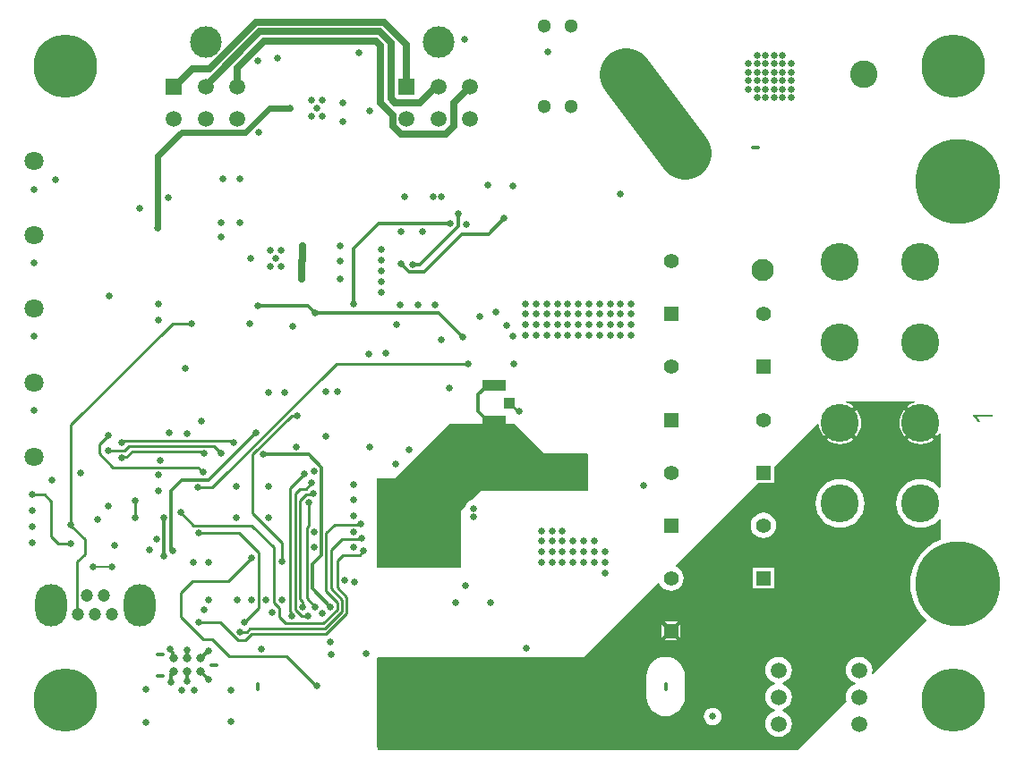
<source format=gtl>
G04*
G04 #@! TF.GenerationSoftware,Altium Limited,Altium Designer,20.2.4 (192)*
G04*
G04 Layer_Physical_Order=1*
G04 Layer_Color=255*
%FSLAX25Y25*%
%MOIN*%
G70*
G04*
G04 #@! TF.SameCoordinates,632904D4-FBC6-4040-AE52-8F74E4E9F4E0*
G04*
G04*
G04 #@! TF.FilePolarity,Positive*
G04*
G01*
G75*
%ADD10C,0.00984*%
%ADD11C,0.00787*%
%ADD16R,0.31496X0.33465*%
%ADD17R,0.08661X0.04134*%
%ADD18R,0.03937X0.03937*%
%ADD42C,0.03150*%
%ADD43C,0.19685*%
%ADD44C,0.01181*%
%ADD45C,0.02756*%
%ADD46C,0.02362*%
%ADD47C,0.00906*%
%ADD48C,0.14173*%
%ADD49C,0.31496*%
%ADD50C,0.08268*%
%ADD51C,0.05906*%
%ADD52C,0.05984*%
%ADD53R,0.05984X0.05984*%
%ADD54C,0.11811*%
%ADD55C,0.02559*%
%ADD56C,0.05118*%
%ADD57C,0.10236*%
%ADD58C,0.07087*%
%ADD59O,0.11811X0.15748*%
%ADD60C,0.04724*%
%ADD61O,0.03150X0.01575*%
%ADD62R,0.05512X0.05512*%
%ADD63C,0.05512*%
%ADD64C,0.23622*%
%ADD65O,0.01575X0.03150*%
G36*
X198031Y111417D02*
X213779D01*
X214173Y111024D01*
Y97638D01*
X174409Y97638D01*
X170892Y94121D01*
X170806Y94109D01*
X170016Y93782D01*
X169337Y93261D01*
X168816Y92583D01*
X168489Y91793D01*
X168478Y91706D01*
X166142Y89370D01*
X166142Y70973D01*
X165885Y70473D01*
X135827D01*
X135827Y95669D01*
X162598Y122441D01*
X175497Y122441D01*
X175593Y122345D01*
X176179Y121953D01*
X176870Y121816D01*
X179134D01*
X179825Y121953D01*
X180411Y122345D01*
X180475Y122441D01*
X187008Y122441D01*
X198031Y111417D01*
D02*
G37*
G36*
X336033Y130405D02*
X335043Y130105D01*
X333675Y129374D01*
X333088Y128892D01*
X338628Y123352D01*
X344167Y117812D01*
X344650Y118400D01*
X344972Y119004D01*
X345473Y118878D01*
Y98792D01*
X345002Y98624D01*
X344505Y99229D01*
X343126Y100361D01*
X341553Y101202D01*
X339846Y101719D01*
X338071Y101894D01*
X336296Y101719D01*
X334589Y101202D01*
X333016Y100361D01*
X331637Y99229D01*
X330505Y97850D01*
X329665Y96277D01*
X329147Y94570D01*
X328972Y92795D01*
X329147Y91020D01*
X329665Y89313D01*
X330505Y87740D01*
X331637Y86361D01*
X333016Y85230D01*
X334589Y84389D01*
X336296Y83871D01*
X338071Y83696D01*
X339846Y83871D01*
X341553Y84389D01*
X343126Y85230D01*
X344505Y86361D01*
X345002Y86967D01*
X345473Y86798D01*
Y79313D01*
X345135Y79198D01*
X343052Y78171D01*
X341121Y76881D01*
X339375Y75350D01*
X337843Y73604D01*
X336553Y71673D01*
X335526Y69590D01*
X334780Y67391D01*
X334327Y65113D01*
X334175Y62795D01*
X334327Y60478D01*
X334780Y58200D01*
X335526Y56001D01*
X336553Y53918D01*
X337843Y51987D01*
X339375Y50241D01*
X340274Y49452D01*
X340291Y48952D01*
X320398Y29059D01*
X319974Y29343D01*
X319991Y29385D01*
X320161Y30669D01*
X319991Y31954D01*
X319496Y33151D01*
X318707Y34179D01*
X317679Y34968D01*
X316482Y35464D01*
X315197Y35633D01*
X313912Y35464D01*
X312715Y34968D01*
X311687Y34179D01*
X310898Y33151D01*
X310402Y31954D01*
X310233Y30669D01*
X310402Y29385D01*
X310898Y28187D01*
X311687Y27159D01*
X312715Y26371D01*
X313789Y25926D01*
X313789Y25925D01*
Y25414D01*
X313789Y25413D01*
X312715Y24968D01*
X311687Y24179D01*
X310898Y23151D01*
X310402Y21954D01*
X310233Y20669D01*
X310402Y19385D01*
X310496Y19158D01*
X292342Y1003D01*
X135827D01*
Y35433D01*
X212598D01*
X240280Y63115D01*
X240770Y63017D01*
X240952Y62578D01*
X241709Y61591D01*
X242696Y60834D01*
X243845Y60358D01*
X245079Y60195D01*
X246312Y60358D01*
X247461Y60834D01*
X248448Y61591D01*
X249205Y62578D01*
X249682Y63727D01*
X249844Y64961D01*
X249682Y66194D01*
X249205Y67343D01*
X248448Y68330D01*
X247461Y69087D01*
X247023Y69269D01*
X246925Y69760D01*
X277559Y100394D01*
X283465D01*
Y106299D01*
X299684Y122518D01*
X300204Y122332D01*
X300311Y121252D01*
X300761Y119767D01*
X301492Y118400D01*
X301974Y117812D01*
X307514Y123352D01*
X313054Y128892D01*
X312467Y129374D01*
X311099Y130105D01*
X310108Y130405D01*
X310183Y130905D01*
X335959D01*
X336033Y130405D01*
D02*
G37*
G36*
X365019Y125069D02*
X359100D01*
X359104Y125065D01*
X359114Y125055D01*
X359132Y125034D01*
X359156Y125009D01*
X359184Y124975D01*
X359219Y124933D01*
X359257Y124887D01*
X359299Y124835D01*
X359348Y124772D01*
X359397Y124706D01*
X359453Y124636D01*
X359505Y124556D01*
X359564Y124472D01*
X359624Y124385D01*
X359683Y124290D01*
X359742Y124189D01*
X359746Y124182D01*
X359756Y124165D01*
X359774Y124137D01*
X359795Y124099D01*
X359819Y124050D01*
X359851Y123994D01*
X359886Y123931D01*
X359920Y123861D01*
X359959Y123788D01*
X359997Y123711D01*
X360078Y123547D01*
X360154Y123376D01*
X360189Y123292D01*
X360221Y123208D01*
X359324D01*
Y123212D01*
X359320Y123219D01*
X359313Y123230D01*
X359306Y123243D01*
X359299Y123261D01*
X359285Y123285D01*
X359275Y123310D01*
X359257Y123341D01*
X359222Y123407D01*
X359180Y123488D01*
X359132Y123575D01*
X359076Y123673D01*
X359013Y123777D01*
X358947Y123886D01*
X358873Y123997D01*
X358797Y124112D01*
X358713Y124231D01*
X358626Y124346D01*
X358531Y124461D01*
X358437Y124573D01*
X358430Y124580D01*
X358413Y124598D01*
X358385Y124629D01*
X358346Y124667D01*
X358301Y124716D01*
X358245Y124772D01*
X358182Y124831D01*
X358113Y124894D01*
X358039Y124960D01*
X357959Y125030D01*
X357875Y125100D01*
X357788Y125166D01*
X357697Y125233D01*
X357607Y125292D01*
X357512Y125348D01*
X357422Y125397D01*
Y125997D01*
X365019D01*
Y125069D01*
D02*
G37*
%LPC*%
G36*
X314167Y127778D02*
X309185Y122795D01*
X314167Y117812D01*
X314650Y118400D01*
X315381Y119767D01*
X315831Y121252D01*
X315983Y122795D01*
X315831Y124339D01*
X315381Y125823D01*
X314650Y127191D01*
X314167Y127778D01*
D02*
G37*
G36*
X331974Y127778D02*
X331492Y127191D01*
X330761Y125823D01*
X330311Y124339D01*
X330159Y122795D01*
X330311Y121252D01*
X330761Y119767D01*
X331492Y118400D01*
X331974Y117812D01*
X336957Y122795D01*
X331974Y127778D01*
D02*
G37*
G36*
X338071Y121682D02*
X333088Y116699D01*
X333675Y116217D01*
X335043Y115485D01*
X336527Y115035D01*
X338071Y114883D01*
X339615Y115035D01*
X341099Y115485D01*
X342467Y116217D01*
X343054Y116699D01*
X338071Y121682D01*
D02*
G37*
G36*
X308071D02*
X303088Y116699D01*
X303675Y116217D01*
X305043Y115485D01*
X306527Y115035D01*
X308071Y114883D01*
X309614Y115035D01*
X311099Y115485D01*
X312467Y116217D01*
X313054Y116699D01*
X308071Y121682D01*
D02*
G37*
G36*
X308071Y101894D02*
X306296Y101719D01*
X304589Y101202D01*
X303016Y100361D01*
X301637Y99229D01*
X300505Y97850D01*
X299665Y96277D01*
X299147Y94570D01*
X298972Y92795D01*
X299147Y91020D01*
X299665Y89313D01*
X300505Y87740D01*
X301637Y86361D01*
X303016Y85230D01*
X304589Y84389D01*
X306296Y83871D01*
X308071Y83696D01*
X309846Y83871D01*
X311553Y84389D01*
X313126Y85230D01*
X314505Y86361D01*
X315636Y87740D01*
X316477Y89313D01*
X316995Y91020D01*
X317170Y92795D01*
X316995Y94570D01*
X316477Y96277D01*
X315636Y97850D01*
X314505Y99229D01*
X313126Y100361D01*
X311553Y101202D01*
X309846Y101719D01*
X308071Y101894D01*
D02*
G37*
G36*
X279528Y89411D02*
X278294Y89249D01*
X277145Y88772D01*
X276158Y88015D01*
X275401Y87028D01*
X274925Y85879D01*
X274762Y84646D01*
X274925Y83412D01*
X275401Y82263D01*
X276158Y81276D01*
X277145Y80519D01*
X278294Y80043D01*
X279528Y79880D01*
X280761Y80043D01*
X281910Y80519D01*
X282897Y81276D01*
X283654Y82263D01*
X284130Y83412D01*
X284293Y84646D01*
X284130Y85879D01*
X283654Y87028D01*
X282897Y88015D01*
X281910Y88772D01*
X280761Y89249D01*
X279528Y89411D01*
D02*
G37*
G36*
X283465Y68898D02*
X275591D01*
Y61024D01*
X283465D01*
Y68898D01*
D02*
G37*
G36*
X247509Y48819D02*
X242649D01*
X245079Y46389D01*
X247509Y48819D01*
D02*
G37*
G36*
X248622Y47705D02*
X246192Y45276D01*
X248622Y42846D01*
Y47705D01*
D02*
G37*
G36*
X241535Y47705D02*
Y42846D01*
X243965Y45276D01*
X241535Y47705D01*
D02*
G37*
G36*
X245079Y44162D02*
X242649Y41732D01*
X247509D01*
X245079Y44162D01*
D02*
G37*
G36*
X243110Y35664D02*
X241721Y35527D01*
X240385Y35122D01*
X239154Y34464D01*
X238075Y33579D01*
X237189Y32500D01*
X236531Y31268D01*
X236126Y29932D01*
X235989Y28543D01*
Y20669D01*
X236126Y19280D01*
X236531Y17944D01*
X237189Y16713D01*
X238075Y15634D01*
X239154Y14749D01*
X240385Y14090D01*
X241721Y13685D01*
X243110Y13548D01*
X244499Y13685D01*
X245835Y14090D01*
X247066Y14749D01*
X248146Y15634D01*
X249031Y16713D01*
X249689Y17944D01*
X250094Y19280D01*
X250231Y20669D01*
Y28543D01*
X250094Y29932D01*
X249689Y31268D01*
X249031Y32500D01*
X248146Y33579D01*
X247066Y34464D01*
X245835Y35122D01*
X244499Y35527D01*
X243110Y35664D01*
D02*
G37*
G36*
X260630Y16662D02*
X259782Y16550D01*
X258992Y16223D01*
X258313Y15702D01*
X257793Y15024D01*
X257466Y14234D01*
X257354Y13386D01*
X257466Y12538D01*
X257793Y11748D01*
X258313Y11069D01*
X258992Y10549D01*
X259782Y10221D01*
X260630Y10110D01*
X261478Y10221D01*
X262268Y10549D01*
X262947Y11069D01*
X263467Y11748D01*
X263794Y12538D01*
X263906Y13386D01*
X263794Y14234D01*
X263467Y15024D01*
X262947Y15702D01*
X262268Y16223D01*
X261478Y16550D01*
X260630Y16662D01*
D02*
G37*
G36*
X285197Y35633D02*
X283912Y35464D01*
X282715Y34968D01*
X281687Y34179D01*
X280898Y33151D01*
X280402Y31954D01*
X280233Y30669D01*
X280402Y29385D01*
X280898Y28187D01*
X281687Y27159D01*
X282715Y26371D01*
X283788Y25926D01*
X283789Y25925D01*
Y25414D01*
X283788Y25413D01*
X282715Y24968D01*
X281687Y24179D01*
X280898Y23151D01*
X280402Y21954D01*
X280233Y20669D01*
X280402Y19385D01*
X280898Y18187D01*
X281687Y17159D01*
X282715Y16371D01*
X283788Y15926D01*
X283789Y15925D01*
Y15414D01*
X283788Y15413D01*
X282715Y14968D01*
X281687Y14179D01*
X280898Y13151D01*
X280402Y11954D01*
X280233Y10669D01*
X280402Y9385D01*
X280898Y8187D01*
X281687Y7159D01*
X282715Y6371D01*
X283912Y5875D01*
X285197Y5706D01*
X286482Y5875D01*
X287679Y6371D01*
X288707Y7159D01*
X289496Y8187D01*
X289991Y9385D01*
X290161Y10669D01*
X289991Y11954D01*
X289496Y13151D01*
X288707Y14179D01*
X287679Y14968D01*
X286605Y15413D01*
X286605Y15414D01*
Y15925D01*
X286605Y15926D01*
X287679Y16371D01*
X288707Y17159D01*
X289496Y18187D01*
X289991Y19385D01*
X290161Y20669D01*
X289991Y21954D01*
X289496Y23151D01*
X288707Y24179D01*
X287679Y24968D01*
X286605Y25413D01*
X286605Y25414D01*
Y25925D01*
X286605Y25926D01*
X287679Y26371D01*
X288707Y27159D01*
X289496Y28187D01*
X289991Y29385D01*
X290161Y30669D01*
X289991Y31954D01*
X289496Y33151D01*
X288707Y34179D01*
X287679Y34968D01*
X286482Y35464D01*
X285197Y35633D01*
D02*
G37*
%LPD*%
D10*
X21654Y84646D02*
Y122047D01*
X26772Y74016D02*
Y79527D01*
X21654Y84646D02*
X26772Y79527D01*
X59449Y159843D02*
X66392D01*
X21654Y122047D02*
X59449Y159843D01*
X116732Y60039D02*
Y81693D01*
X119980Y84941D01*
X37402Y106299D02*
X68976D01*
X70894Y104380D01*
X32283Y111417D02*
X37402Y106299D01*
X41031Y115354D02*
X41818Y116142D01*
X40551Y109843D02*
X40798Y110089D01*
X42373D01*
X41818Y116142D02*
X81017D01*
X41732Y112598D02*
X43307Y114173D01*
X35433Y112598D02*
X41732D01*
X40551Y115354D02*
X41031D01*
X42373Y110089D02*
X44488Y112205D01*
X81017Y116142D02*
X81804Y115354D01*
X82284D01*
X70780Y111417D02*
X71260D01*
X44488Y112205D02*
X69993D01*
X70780Y111417D01*
X74803Y114173D02*
X77559Y111417D01*
X43307Y114173D02*
X74803D01*
X32283Y114961D02*
X35433Y118110D01*
X32283Y111417D02*
Y114961D01*
X115569Y48031D02*
X120768Y53230D01*
X101575Y48031D02*
X115569D01*
X88275Y46063D02*
X116106D01*
X116992Y46949D02*
X116992D01*
X116106Y46063D02*
X116992Y46949D01*
X88976Y44094D02*
X116643D01*
X117726Y45177D02*
X117726D01*
X116643Y44094D02*
X117726Y45177D01*
X117726D02*
X124311Y51762D01*
X116992Y46949D02*
X122539Y52496D01*
X120866Y61417D02*
X124311Y57972D01*
Y51762D02*
Y57972D01*
X118504Y61024D02*
X122539Y56988D01*
Y52496D02*
Y56988D01*
X116732Y60039D02*
X120768Y56004D01*
Y53230D02*
Y56004D01*
X107824Y54381D02*
X107874Y54331D01*
X105118Y53328D02*
Y96457D01*
X103150Y52791D02*
Y98425D01*
X107659Y50788D02*
X109842D01*
X97244Y55905D02*
X99213Y53937D01*
X97244Y55905D02*
Y76378D01*
X103598Y51028D02*
X103937Y50689D01*
X99213Y50394D02*
X101575Y48031D01*
X14370Y80512D02*
Y93504D01*
X16929Y77953D02*
X21654D01*
X14370Y80512D02*
X16929Y77953D01*
X7087Y96063D02*
X11811D01*
X14370Y93504D01*
X119980Y84941D02*
X129528D01*
X129133Y73622D02*
X130708Y75197D01*
X122835Y73622D02*
X129133D01*
X129626Y79626D02*
X129921Y79921D01*
X122539Y79626D02*
X129626D01*
X68898Y98819D02*
X74410D01*
X120492Y144902D02*
X169685D01*
X74410Y98819D02*
X120492Y144902D01*
X74410Y42126D02*
X80709Y35827D01*
X101969D02*
X113030Y24765D01*
X80709Y35827D02*
X101969D01*
X89370Y111024D02*
X103937Y125591D01*
X105905D01*
X113030Y24765D02*
X113348D01*
X69291Y48425D02*
X77165D01*
X83858Y41732D01*
X86614D01*
X88976Y44094D01*
X87094Y44882D02*
X88275Y46063D01*
X84646Y44882D02*
X87094D01*
X120866Y61417D02*
Y71653D01*
X122835Y73622D01*
X118504Y61024D02*
Y75590D01*
X110138Y84397D02*
Y93307D01*
X118504Y75590D02*
X122539Y79626D01*
X109449Y57480D02*
Y83708D01*
Y57480D02*
X112598Y54331D01*
X109449Y83708D02*
X110138Y84397D01*
X103598Y51028D02*
Y52343D01*
X103150Y52791D02*
X103598Y52343D01*
X105118Y53328D02*
X107659Y50788D01*
X70866Y42126D02*
X74410D01*
X62598Y50394D02*
X70866Y42126D01*
X62598Y59449D02*
X66929Y63779D01*
X62598Y50394D02*
Y59449D01*
X80315Y63779D02*
X88976Y72441D01*
X66929Y63779D02*
X80315D01*
X91732Y58268D02*
Y74410D01*
X84310Y81832D02*
X91732Y74410D01*
X86221Y48425D02*
X91634Y53839D01*
Y58169D01*
X91732Y58268D01*
X67323Y84646D02*
X88976D01*
X97244Y76378D01*
X89370Y89216D02*
X100394Y78193D01*
Y71260D02*
Y78193D01*
X106890Y57284D02*
Y93817D01*
Y57284D02*
X107824Y56349D01*
X106890Y93817D02*
X109190Y96118D01*
X107824Y54381D02*
Y56349D01*
X105118Y96457D02*
X106917Y98256D01*
X109180D01*
X111318Y100394D01*
X103150Y98425D02*
X108661Y103937D01*
X69135Y81832D02*
X84310D01*
X99213Y50394D02*
Y53937D01*
X89370Y89216D02*
Y111024D01*
X111472Y96118D02*
X111811Y96457D01*
X109190Y96118D02*
X111472D01*
X108661Y103937D02*
Y103937D01*
X23917Y71161D02*
X26772Y74016D01*
X23917Y52067D02*
X24409Y51575D01*
X23917Y52067D02*
Y71161D01*
X45669Y87402D02*
Y93701D01*
X62598Y89370D02*
X67323Y84646D01*
D11*
X29921Y69291D02*
X37008D01*
D16*
X151181Y85433D02*
D03*
Y18504D02*
D03*
D17*
X179134Y137008D02*
D03*
Y123622D02*
D03*
D18*
X185039Y130315D02*
D03*
D42*
X59961Y30039D02*
D03*
Y35039D02*
D03*
X64961Y30039D02*
D03*
Y35039D02*
D03*
X69961Y30039D02*
D03*
Y35039D02*
D03*
D43*
X249381Y224915D02*
X250333Y223645D01*
X228346Y252953D02*
X249381Y224915D01*
D44*
X114862Y73524D02*
Y89862D01*
X114961Y89961D02*
Y106299D01*
X114862Y89862D02*
X114961Y89961D01*
X153150Y179134D02*
X167323Y193307D01*
X177165D02*
X183071Y199213D01*
X167323Y193307D02*
X177165D01*
X147441Y179134D02*
X153150D01*
X151607Y181922D02*
X165748Y196063D01*
Y200787D01*
X148819Y181922D02*
X151607D01*
X91339Y166535D02*
X109843D01*
X112598Y163779D02*
X158661Y163779D01*
X109843Y166535D02*
X112598Y163779D01*
X64961Y26378D02*
Y30039D01*
X64920Y35080D02*
Y38149D01*
X64961Y38189D01*
X136221Y197244D02*
X162992D01*
X126772Y187795D02*
X136221Y197244D01*
X62992Y101575D02*
X73013D01*
X90533Y119095D02*
X90533D01*
X73013Y101575D02*
X90533Y119095D01*
X93307Y111024D02*
X110236D01*
X173327Y127165D02*
X176870Y123622D01*
X179134D01*
X173228Y127165D02*
X173327D01*
X173228D02*
Y133366D01*
X176870Y137008D02*
X179134D01*
X173228Y133366D02*
X176870Y137008D01*
X158661Y163779D02*
X167717Y154724D01*
X111417Y61024D02*
Y70079D01*
X118110Y54331D02*
Y54331D01*
X111417Y61024D02*
X118110Y54331D01*
X111417Y70079D02*
X114862Y73524D01*
X110236Y111024D02*
X114961Y106299D01*
X64920Y35080D02*
X64961Y35039D01*
X56196Y73280D02*
X56299Y73383D01*
Y87500D01*
X59055Y75590D02*
X59448Y75197D01*
X59055Y75590D02*
Y97638D01*
X126772Y167323D02*
Y187795D01*
X144488Y182087D02*
X147441Y179134D01*
X59055Y97638D02*
X62992Y101575D01*
X58651Y38146D02*
Y38572D01*
Y38146D02*
X59584Y37214D01*
Y35416D02*
Y37214D01*
Y35416D02*
X59961Y35039D01*
X69961D02*
X72835Y37913D01*
Y37992D01*
X59055Y26181D02*
Y29134D01*
X59961Y30039D01*
X69961D02*
X72835Y27165D01*
D45*
X107480Y183071D02*
X107874Y183465D01*
X107480Y176378D02*
Y183071D01*
X107874Y183465D02*
Y188976D01*
X93504Y265158D02*
X135197D01*
X83661Y255315D02*
X93504Y265158D01*
X90569Y272244D02*
X138132D01*
X71850Y248515D02*
X92036Y268701D01*
X146654Y248031D02*
Y263723D01*
X71850Y248031D02*
Y248515D01*
X66929Y254921D02*
X73246D01*
X92036Y268701D02*
X136664D01*
X140748Y243740D02*
Y264617D01*
X73246Y254921D02*
X90569Y272244D01*
X138132D02*
X146654Y263723D01*
X83661Y248031D02*
Y255315D01*
X136664Y268701D02*
X140748Y264617D01*
X141496Y233504D02*
Y237441D01*
X144482Y230518D02*
X161399D01*
X141496Y233504D02*
X144482Y230518D01*
X136811Y242126D02*
Y263543D01*
Y242126D02*
X141496Y237441D01*
X61654Y249646D02*
X66929Y254921D01*
X60039Y248031D02*
X61654Y249646D01*
Y249646D01*
X135197Y265158D02*
X136811Y263543D01*
X142362Y242126D02*
X151575D01*
X140748Y243740D02*
X142362Y242126D01*
X151575D02*
X155866Y246417D01*
X157591Y248031D02*
X158465D01*
X155977Y246417D02*
X157591Y248031D01*
X155866Y246417D02*
X155977D01*
X161399Y230518D02*
X164370Y233489D01*
Y242126D01*
X170276Y248031D01*
D46*
X53937Y222441D02*
X62756Y231260D01*
X53937Y195669D02*
Y222441D01*
X62756Y231260D02*
X73905D01*
X73944Y231299D02*
X81567D01*
X81607Y231260D01*
X86575D01*
X95473Y240158D02*
X103347D01*
X86575Y231260D02*
X95473Y240158D01*
X73905Y231260D02*
X73944Y231299D01*
D47*
X185039Y130315D02*
X188189Y127165D01*
X188583D01*
D48*
X338071Y122795D02*
D03*
X308071D02*
D03*
X338071Y92795D02*
D03*
X308071D02*
D03*
Y152795D02*
D03*
X338071D02*
D03*
X308071Y182795D02*
D03*
X338071D02*
D03*
D49*
X351929Y62795D02*
D03*
Y212795D02*
D03*
D50*
X250166Y225504D02*
D03*
X279361Y180008D02*
D03*
D51*
X315197Y10669D02*
D03*
X285197Y30669D02*
D03*
X315197D02*
D03*
X285197Y10669D02*
D03*
Y20669D02*
D03*
X315197D02*
D03*
D52*
X170276Y236221D02*
D03*
X158465D02*
D03*
X146654D02*
D03*
X170276Y248031D02*
D03*
X158465D02*
D03*
X83661Y236221D02*
D03*
X71850D02*
D03*
X60039D02*
D03*
X83661Y248031D02*
D03*
X71850D02*
D03*
D53*
X146654Y248031D02*
D03*
X60039Y248031D02*
D03*
D54*
X158465Y264961D02*
D03*
X71850Y264961D02*
D03*
D55*
X111221Y237205D02*
D03*
X115157D02*
D03*
Y243110D02*
D03*
X111221D02*
D03*
X113189Y240158D02*
D03*
X98032Y184252D02*
D03*
X96063Y187205D02*
D03*
X100000D02*
D03*
Y181299D02*
D03*
X96063D02*
D03*
X123031Y235236D02*
D03*
X186614Y144882D02*
D03*
X66535Y159843D02*
D03*
X88189D02*
D03*
X196850Y104921D02*
D03*
Y110039D02*
D03*
X212598D02*
D03*
Y104921D02*
D03*
X204724Y110039D02*
D03*
Y107480D02*
D03*
Y104921D02*
D03*
X83268Y87402D02*
D03*
X95079D02*
D03*
Y99213D02*
D03*
X83268D02*
D03*
X91339Y166535D02*
D03*
X88582Y184252D02*
D03*
X112106Y82284D02*
D03*
X54841Y108957D02*
D03*
X40551Y109843D02*
D03*
Y115354D02*
D03*
X64961Y118898D02*
D03*
X58268Y119291D02*
D03*
X82284Y115354D02*
D03*
X77559Y111417D02*
D03*
X71260D02*
D03*
X54331Y103543D02*
D03*
X35433Y112598D02*
D03*
X67323Y70866D02*
D03*
X83465Y56693D02*
D03*
X64961Y26378D02*
D03*
Y38189D02*
D03*
X118110Y41339D02*
D03*
X115354Y51772D02*
D03*
X107874Y54331D02*
D03*
X109842Y50788D02*
D03*
X100108Y56800D02*
D03*
X103937Y50689D02*
D03*
X96555Y52255D02*
D03*
X212598Y107480D02*
D03*
X196850D02*
D03*
Y102362D02*
D03*
X162992Y197244D02*
D03*
X168898Y196850D02*
D03*
X157087Y166929D02*
D03*
X150787D02*
D03*
X144095D02*
D03*
X142913Y159449D02*
D03*
X122047Y176378D02*
D03*
X101181Y134252D02*
D03*
X95276D02*
D03*
X126772Y88189D02*
D03*
Y94095D02*
D03*
X191339Y38976D02*
D03*
X35433Y118110D02*
D03*
X129528Y85039D02*
D03*
X130708Y75197D02*
D03*
X129921Y79921D02*
D03*
X142520Y107480D02*
D03*
X147638Y112992D02*
D03*
X92520Y38583D02*
D03*
X15748Y213386D02*
D03*
X7874Y182677D02*
D03*
Y155118D02*
D03*
X14567Y101575D02*
D03*
X7874Y127559D02*
D03*
X25197Y104331D02*
D03*
X186221Y211024D02*
D03*
X183071Y199213D02*
D03*
X176969Y211417D02*
D03*
X137402Y187402D02*
D03*
Y179528D02*
D03*
Y171653D02*
D03*
X54331Y161024D02*
D03*
X105905Y125591D02*
D03*
X93307Y111024D02*
D03*
X64173Y143307D02*
D03*
X277165Y259842D02*
D03*
Y256693D02*
D03*
X274016D02*
D03*
Y250394D02*
D03*
Y253543D02*
D03*
X277165Y250394D02*
D03*
Y253543D02*
D03*
X274016Y247244D02*
D03*
X277165Y244094D02*
D03*
Y247244D02*
D03*
X283465Y259842D02*
D03*
Y256693D02*
D03*
X280315Y259842D02*
D03*
Y256693D02*
D03*
Y250394D02*
D03*
Y253543D02*
D03*
X283465Y250394D02*
D03*
Y253543D02*
D03*
X280315Y244094D02*
D03*
Y247244D02*
D03*
X283465Y244094D02*
D03*
Y247244D02*
D03*
X289764Y247244D02*
D03*
Y244094D02*
D03*
X286614Y247244D02*
D03*
Y244094D02*
D03*
X289764Y253543D02*
D03*
Y250394D02*
D03*
X286614Y253543D02*
D03*
Y250394D02*
D03*
Y256693D02*
D03*
Y259842D02*
D03*
X289764Y256693D02*
D03*
X226378Y208268D02*
D03*
X112598Y163779D02*
D03*
X104278Y158870D02*
D03*
X235039Y99606D02*
D03*
X179921Y164173D02*
D03*
X167717Y154724D02*
D03*
X174016Y162598D02*
D03*
X169685Y144902D02*
D03*
X162598Y135827D02*
D03*
X113348Y24765D02*
D03*
X168504Y62205D02*
D03*
X260630Y13386D02*
D03*
X171654Y90945D02*
D03*
Y87795D02*
D03*
X84646Y44882D02*
D03*
X126772Y76378D02*
D03*
X127165Y63386D02*
D03*
X123622Y64173D02*
D03*
X112106Y76378D02*
D03*
X112205Y104724D02*
D03*
X118110Y54331D02*
D03*
X112598D02*
D03*
X69291Y48425D02*
D03*
X71260Y53150D02*
D03*
X72835Y56693D02*
D03*
X88976Y56693D02*
D03*
X100394Y71260D02*
D03*
X86221Y48425D02*
D03*
X94291Y56693D02*
D03*
X56196Y73280D02*
D03*
X59448Y75197D02*
D03*
X69135Y81832D02*
D03*
X88976Y72441D02*
D03*
X118504Y36614D02*
D03*
X116732Y134627D02*
D03*
X116535Y117717D02*
D03*
X132677Y148425D02*
D03*
X120866Y134646D02*
D03*
X81102Y23228D02*
D03*
X49606Y11024D02*
D03*
Y23622D02*
D03*
X62992Y23228D02*
D03*
X67716D02*
D03*
X81102Y11417D02*
D03*
X110138Y93307D02*
D03*
X72835Y70866D02*
D03*
X226378Y163386D02*
D03*
Y159449D02*
D03*
Y155512D02*
D03*
X230315Y163386D02*
D03*
Y159449D02*
D03*
Y155512D02*
D03*
Y167323D02*
D03*
X226378D02*
D03*
X159449Y153937D02*
D03*
X164961Y55905D02*
D03*
X177953D02*
D03*
X178347Y110630D02*
D03*
X179528Y124016D02*
D03*
X188583Y127165D02*
D03*
X108661Y103937D02*
D03*
X183858Y159055D02*
D03*
X186221Y155118D02*
D03*
X126772Y167323D02*
D03*
X152559Y194095D02*
D03*
X199213Y261024D02*
D03*
X165748Y200787D02*
D03*
X156693Y207087D02*
D03*
X159646D02*
D03*
X146063D02*
D03*
X138976Y148819D02*
D03*
X105512Y113779D02*
D03*
X84646Y213779D02*
D03*
X77559Y197638D02*
D03*
X84646D02*
D03*
X77559Y192126D02*
D03*
X90533Y119095D02*
D03*
X54331Y167323D02*
D03*
X35827Y170079D02*
D03*
X7087Y78347D02*
D03*
Y84252D02*
D03*
Y90158D02*
D03*
Y96063D02*
D03*
X21654Y77953D02*
D03*
X31496Y87008D02*
D03*
X35433Y91732D02*
D03*
X21654Y84941D02*
D03*
X7874Y209842D02*
D03*
X133071Y113779D02*
D03*
X122047Y183071D02*
D03*
X107874Y188976D02*
D03*
X122047D02*
D03*
X107480Y176378D02*
D03*
X45669Y93701D02*
D03*
Y87402D02*
D03*
X37795Y77165D02*
D03*
X53543Y79528D02*
D03*
X50787Y75591D02*
D03*
X29921Y69291D02*
D03*
X37008D02*
D03*
X126772Y82284D02*
D03*
X111318Y100394D02*
D03*
X58651Y38572D02*
D03*
X62598Y89370D02*
D03*
X56299Y87500D02*
D03*
X91285Y257928D02*
D03*
X57874Y206693D02*
D03*
X53937Y195669D02*
D03*
X54331Y97638D02*
D03*
X68898Y98819D02*
D03*
X70894Y104380D02*
D03*
X78347Y213779D02*
D03*
X144488Y182087D02*
D03*
X148819Y181922D02*
D03*
X131496Y37008D02*
D03*
X70079Y123622D02*
D03*
X111811Y96457D02*
D03*
X126772Y100000D02*
D03*
X72835Y37992D02*
D03*
X59055Y26181D02*
D03*
X72835Y27165D02*
D03*
X91536Y231299D02*
D03*
X47244Y202756D02*
D03*
X132874Y239173D02*
D03*
X123031Y242126D02*
D03*
X128937Y260827D02*
D03*
X168307Y265748D02*
D03*
X103347Y240158D02*
D03*
X98425Y258858D02*
D03*
X144685Y194095D02*
D03*
X137402Y183465D02*
D03*
Y175591D02*
D03*
X190945Y167323D02*
D03*
X194882D02*
D03*
X198819D02*
D03*
X202756D02*
D03*
X206693D02*
D03*
X210630D02*
D03*
X214567D02*
D03*
X218504D02*
D03*
X222441D02*
D03*
X204724Y82677D02*
D03*
X200787D02*
D03*
X196850D02*
D03*
Y78740D02*
D03*
Y74803D02*
D03*
Y70866D02*
D03*
X222441Y155512D02*
D03*
Y159449D02*
D03*
Y163386D02*
D03*
X218504Y155512D02*
D03*
Y159449D02*
D03*
Y163386D02*
D03*
X214567Y155512D02*
D03*
Y159449D02*
D03*
Y163386D02*
D03*
X210630Y155512D02*
D03*
Y159449D02*
D03*
Y163386D02*
D03*
X206693Y155512D02*
D03*
Y159449D02*
D03*
Y163386D02*
D03*
X202756Y155512D02*
D03*
Y159449D02*
D03*
Y163386D02*
D03*
X198819Y155512D02*
D03*
Y159449D02*
D03*
Y163386D02*
D03*
X194882Y155512D02*
D03*
Y159449D02*
D03*
Y163386D02*
D03*
X190945Y155512D02*
D03*
Y159449D02*
D03*
Y163386D02*
D03*
X212598Y102362D02*
D03*
X204724D02*
D03*
X200787Y78740D02*
D03*
Y70866D02*
D03*
Y74803D02*
D03*
X220473Y66929D02*
D03*
Y70866D02*
D03*
Y74803D02*
D03*
X216535Y70866D02*
D03*
Y74803D02*
D03*
Y78740D02*
D03*
X204724Y70866D02*
D03*
Y74803D02*
D03*
Y78740D02*
D03*
X212598Y70866D02*
D03*
Y74803D02*
D03*
Y78740D02*
D03*
X208661D02*
D03*
Y74803D02*
D03*
Y70866D02*
D03*
D56*
X197756Y240905D02*
D03*
X207756D02*
D03*
Y270905D02*
D03*
X197756D02*
D03*
D57*
X316929Y252953D02*
D03*
X228346D02*
D03*
D58*
X7874Y220472D02*
D03*
Y192913D02*
D03*
Y137795D02*
D03*
Y110236D02*
D03*
Y165354D02*
D03*
D59*
X14173Y54724D02*
D03*
X47244D02*
D03*
D60*
X33858Y58661D02*
D03*
X30709Y51575D02*
D03*
X27559Y58661D02*
D03*
X24409Y51575D02*
D03*
X37008D02*
D03*
D61*
X54961Y36539D02*
D03*
Y28539D02*
D03*
X74961Y32539D02*
D03*
X276575Y225394D02*
D03*
D62*
X245079Y163386D02*
D03*
X279528Y104331D02*
D03*
Y64961D02*
D03*
X245079Y124016D02*
D03*
X279528Y143701D02*
D03*
X245079Y45276D02*
D03*
Y84646D02*
D03*
D63*
Y183071D02*
D03*
X279528Y124016D02*
D03*
Y84646D02*
D03*
X245079Y143701D02*
D03*
X279528Y163386D02*
D03*
X245079Y64961D02*
D03*
Y104331D02*
D03*
D64*
X19685Y19685D02*
D03*
Y255906D02*
D03*
X350394D02*
D03*
Y19685D02*
D03*
D65*
X91339Y24409D02*
D03*
X243110Y24606D02*
D03*
M02*

</source>
